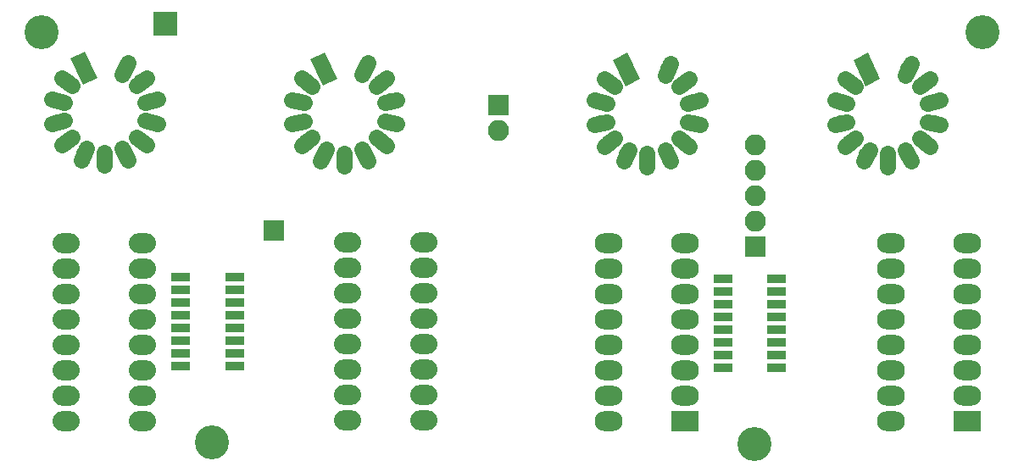
<source format=gbs>
G04 #@! TF.GenerationSoftware,KiCad,Pcbnew,5.0.0*
G04 #@! TF.CreationDate,2018-08-01T12:35:26+02:00*
G04 #@! TF.ProjectId,nixie_2_digit_board,6E697869655F325F64696769745F626F,rev?*
G04 #@! TF.SameCoordinates,Original*
G04 #@! TF.FileFunction,Soldermask,Bot*
G04 #@! TF.FilePolarity,Negative*
%FSLAX46Y46*%
G04 Gerber Fmt 4.6, Leading zero omitted, Abs format (unit mm)*
G04 Created by KiCad (PCBNEW 5.0.0) date Wed Aug  1 12:35:26 2018*
%MOMM*%
%LPD*%
G01*
G04 APERTURE LIST*
%ADD10C,3.400000*%
%ADD11O,2.700000X2.000000*%
%ADD12C,1.600000*%
%ADD13C,0.100000*%
%ADD14C,1.600000*%
%ADD15R,2.100000X2.100000*%
%ADD16O,2.100000X2.100000*%
%ADD17R,1.900000X0.900000*%
%ADD18R,2.400000X2.400000*%
%ADD19R,2.800000X2.000000*%
%ADD20O,2.800000X2.000000*%
G04 APERTURE END LIST*
D10*
G04 #@! TO.C,REF\002A\002A*
X187200000Y-108100000D03*
G04 #@! TD*
G04 #@! TO.C,REF\002A\002A*
X210000000Y-67000000D03*
G04 #@! TD*
D11*
G04 #@! TO.C,U5*
X154200000Y-105780000D03*
X154200000Y-103240000D03*
X154200000Y-100700000D03*
X154200000Y-98160000D03*
X154200000Y-95620000D03*
X154200000Y-93080000D03*
X154200000Y-90540000D03*
X154200000Y-88000000D03*
X146580000Y-88000000D03*
X146580000Y-90540000D03*
X146580000Y-93080000D03*
X146580000Y-95620000D03*
X146580000Y-98160000D03*
X146580000Y-100700000D03*
X146580000Y-103240000D03*
X146580000Y-105780000D03*
G04 #@! TD*
D12*
G04 #@! TO.C,U4*
X144182565Y-70646537D03*
D13*
G36*
X145532467Y-71605842D02*
X144090913Y-72300048D01*
X142832663Y-69687232D01*
X144274217Y-68993026D01*
X145532467Y-71605842D01*
X145532467Y-71605842D01*
G37*
D12*
X142524588Y-71968716D03*
D14*
X143032776Y-72373987D02*
X142016400Y-71563445D01*
D12*
X141604474Y-73879328D03*
D14*
X142238176Y-74023970D02*
X140970772Y-73734686D01*
D12*
X141604463Y-75999954D03*
D14*
X142238167Y-75855319D02*
X140970759Y-76144589D01*
D12*
X142524558Y-77910574D03*
D14*
X143032750Y-77505308D02*
X142016366Y-78315840D01*
D12*
X144182523Y-79232770D03*
D14*
X144464550Y-78647142D02*
X143900496Y-79818398D01*
D12*
X146249976Y-79704664D03*
D14*
X146249979Y-79054664D02*
X146249973Y-80354664D01*
D12*
X148317435Y-79232791D03*
D14*
X148035413Y-78647160D02*
X148599457Y-79818422D01*
D12*
X149975412Y-77910612D03*
D14*
X149467224Y-77505341D02*
X150483600Y-78315883D01*
D12*
X150895526Y-76000000D03*
D14*
X150261824Y-75855358D02*
X151529228Y-76144642D01*
D12*
X150895537Y-73879374D03*
D14*
X150261833Y-74024009D02*
X151529241Y-73734739D01*
D12*
X149975442Y-71968754D03*
D14*
X149467250Y-72374020D02*
X150483634Y-71563488D01*
D12*
X148317477Y-70646558D03*
D14*
X148035450Y-71232186D02*
X148599504Y-70060930D01*
G04 #@! TD*
D15*
G04 #@! TO.C,J2*
X161610000Y-74270000D03*
D16*
X161610000Y-76810000D03*
G04 #@! TD*
D10*
G04 #@! TO.C,REF\002A\002A*
X133000000Y-108000000D03*
G04 #@! TD*
D17*
G04 #@! TO.C,U3*
X129900000Y-100340000D03*
X129900000Y-99070000D03*
X129900000Y-97800000D03*
X129900000Y-96530000D03*
X129900000Y-95260000D03*
X129900000Y-93990000D03*
X129900000Y-92720000D03*
X129900000Y-91450000D03*
X135300000Y-91450000D03*
X135300000Y-92720000D03*
X135300000Y-93990000D03*
X135300000Y-95260000D03*
X135300000Y-96530000D03*
X135300000Y-97800000D03*
X135300000Y-99070000D03*
X135300000Y-100340000D03*
G04 #@! TD*
D12*
G04 #@! TO.C,U1*
X120232565Y-70606873D03*
D13*
G36*
X121582467Y-71566178D02*
X120140913Y-72260384D01*
X118882663Y-69647568D01*
X120324217Y-68953362D01*
X121582467Y-71566178D01*
X121582467Y-71566178D01*
G37*
D12*
X118574588Y-71929052D03*
D14*
X119082776Y-72334323D02*
X118066400Y-71523781D01*
D12*
X117654474Y-73839664D03*
D14*
X118288176Y-73984306D02*
X117020772Y-73695022D01*
D12*
X117654463Y-75960290D03*
D14*
X118288167Y-75815655D02*
X117020759Y-76104925D01*
D12*
X118574558Y-77870910D03*
D14*
X119082750Y-77465644D02*
X118066366Y-78276176D01*
D12*
X120232523Y-79193106D03*
D14*
X120514550Y-78607478D02*
X119950496Y-79778734D01*
D12*
X122299976Y-79665000D03*
D14*
X122299979Y-79015000D02*
X122299973Y-80315000D01*
D12*
X124367435Y-79193127D03*
D14*
X124085413Y-78607496D02*
X124649457Y-79778758D01*
D12*
X126025412Y-77870948D03*
D14*
X125517224Y-77465677D02*
X126533600Y-78276219D01*
D12*
X126945526Y-75960336D03*
D14*
X126311824Y-75815694D02*
X127579228Y-76104978D01*
D12*
X126945537Y-73839710D03*
D14*
X126311833Y-73984345D02*
X127579241Y-73695075D01*
D12*
X126025442Y-71929090D03*
D14*
X125517250Y-72334356D02*
X126533634Y-71523824D01*
D12*
X124367477Y-70606894D03*
D14*
X124085450Y-71192522D02*
X124649504Y-70021266D01*
G04 #@! TD*
D11*
G04 #@! TO.C,U2*
X126100000Y-105820000D03*
X126100000Y-103280000D03*
X126100000Y-100740000D03*
X126100000Y-98200000D03*
X126100000Y-95660000D03*
X126100000Y-93120000D03*
X126100000Y-90580000D03*
X126100000Y-88040000D03*
X118480000Y-88040000D03*
X118480000Y-90580000D03*
X118480000Y-93120000D03*
X118480000Y-95660000D03*
X118480000Y-98200000D03*
X118480000Y-100740000D03*
X118480000Y-103280000D03*
X118480000Y-105820000D03*
G04 #@! TD*
D18*
G04 #@! TO.C,P3*
X128400000Y-66100000D03*
G04 #@! TD*
D10*
G04 #@! TO.C,REF\002A\002A*
X116000000Y-67000000D03*
G04 #@! TD*
D12*
G04 #@! TO.C,U7*
X174432565Y-70706873D03*
D13*
G36*
X175782467Y-71666178D02*
X174340913Y-72360384D01*
X173082663Y-69747568D01*
X174524217Y-69053362D01*
X175782467Y-71666178D01*
X175782467Y-71666178D01*
G37*
D12*
X172774588Y-72029052D03*
D14*
X173282776Y-72434323D02*
X172266400Y-71623781D01*
D12*
X171854474Y-73939664D03*
D14*
X172488176Y-74084306D02*
X171220772Y-73795022D01*
D12*
X171854463Y-76060290D03*
D14*
X172488167Y-75915655D02*
X171220759Y-76204925D01*
D12*
X172774558Y-77970910D03*
D14*
X173282750Y-77565644D02*
X172266366Y-78376176D01*
D12*
X174432523Y-79293106D03*
D14*
X174714550Y-78707478D02*
X174150496Y-79878734D01*
D12*
X176499976Y-79765000D03*
D14*
X176499979Y-79115000D02*
X176499973Y-80415000D01*
D12*
X178567435Y-79293127D03*
D14*
X178285413Y-78707496D02*
X178849457Y-79878758D01*
D12*
X180225412Y-77970948D03*
D14*
X179717224Y-77565677D02*
X180733600Y-78376219D01*
D12*
X181145526Y-76060336D03*
D14*
X180511824Y-75915694D02*
X181779228Y-76204978D01*
D12*
X181145537Y-73939710D03*
D14*
X180511833Y-74084345D02*
X181779241Y-73795075D01*
D12*
X180225442Y-72029090D03*
D14*
X179717250Y-72434356D02*
X180733634Y-71623824D01*
D12*
X178567477Y-70706894D03*
D14*
X178285450Y-71292522D02*
X178849504Y-70121266D01*
G04 #@! TD*
D19*
G04 #@! TO.C,U8*
X180300000Y-105880000D03*
D20*
X172680000Y-88100000D03*
X180300000Y-103340000D03*
X172680000Y-90640000D03*
X180300000Y-100800000D03*
X172680000Y-93180000D03*
X180300000Y-98260000D03*
X172680000Y-95720000D03*
X180300000Y-95720000D03*
X172680000Y-98260000D03*
X180300000Y-93180000D03*
X172680000Y-100800000D03*
X180300000Y-90640000D03*
X172680000Y-103340000D03*
X180300000Y-88100000D03*
X172680000Y-105880000D03*
G04 #@! TD*
D12*
G04 #@! TO.C,U10*
X198432565Y-70706873D03*
D13*
G36*
X199782467Y-71666178D02*
X198340913Y-72360384D01*
X197082663Y-69747568D01*
X198524217Y-69053362D01*
X199782467Y-71666178D01*
X199782467Y-71666178D01*
G37*
D12*
X196774588Y-72029052D03*
D14*
X197282776Y-72434323D02*
X196266400Y-71623781D01*
D12*
X195854474Y-73939664D03*
D14*
X196488176Y-74084306D02*
X195220772Y-73795022D01*
D12*
X195854463Y-76060290D03*
D14*
X196488167Y-75915655D02*
X195220759Y-76204925D01*
D12*
X196774558Y-77970910D03*
D14*
X197282750Y-77565644D02*
X196266366Y-78376176D01*
D12*
X198432523Y-79293106D03*
D14*
X198714550Y-78707478D02*
X198150496Y-79878734D01*
D12*
X200499976Y-79765000D03*
D14*
X200499979Y-79115000D02*
X200499973Y-80415000D01*
D12*
X202567435Y-79293127D03*
D14*
X202285413Y-78707496D02*
X202849457Y-79878758D01*
D12*
X204225412Y-77970948D03*
D14*
X203717224Y-77565677D02*
X204733600Y-78376219D01*
D12*
X205145526Y-76060336D03*
D14*
X204511824Y-75915694D02*
X205779228Y-76204978D01*
D12*
X205145537Y-73939710D03*
D14*
X204511833Y-74084345D02*
X205779241Y-73795075D01*
D12*
X204225442Y-72029090D03*
D14*
X203717250Y-72434356D02*
X204733634Y-71623824D01*
D12*
X202567477Y-70706894D03*
D14*
X202285450Y-71292522D02*
X202849504Y-70121266D01*
G04 #@! TD*
D19*
G04 #@! TO.C,U11*
X208450000Y-105830000D03*
D20*
X200830000Y-88050000D03*
X208450000Y-103290000D03*
X200830000Y-90590000D03*
X208450000Y-100750000D03*
X200830000Y-93130000D03*
X208450000Y-98210000D03*
X200830000Y-95670000D03*
X208450000Y-95670000D03*
X200830000Y-98210000D03*
X208450000Y-93130000D03*
X200830000Y-100750000D03*
X208450000Y-90590000D03*
X200830000Y-103290000D03*
X208450000Y-88050000D03*
X200830000Y-105830000D03*
G04 #@! TD*
D15*
G04 #@! TO.C,P1*
X139240000Y-86770000D03*
G04 #@! TD*
D17*
G04 #@! TO.C,U9*
X184050000Y-100470000D03*
X184050000Y-99200000D03*
X184050000Y-97930000D03*
X184050000Y-96660000D03*
X184050000Y-95390000D03*
X184050000Y-94120000D03*
X184050000Y-92850000D03*
X184050000Y-91580000D03*
X189450000Y-91580000D03*
X189450000Y-92850000D03*
X189450000Y-94120000D03*
X189450000Y-95390000D03*
X189450000Y-96660000D03*
X189450000Y-97930000D03*
X189450000Y-99200000D03*
X189450000Y-100470000D03*
G04 #@! TD*
D15*
G04 #@! TO.C,J1*
X187280000Y-88400000D03*
D16*
X187280000Y-85860000D03*
X187280000Y-83320000D03*
X187280000Y-80780000D03*
X187280000Y-78240000D03*
G04 #@! TD*
M02*

</source>
